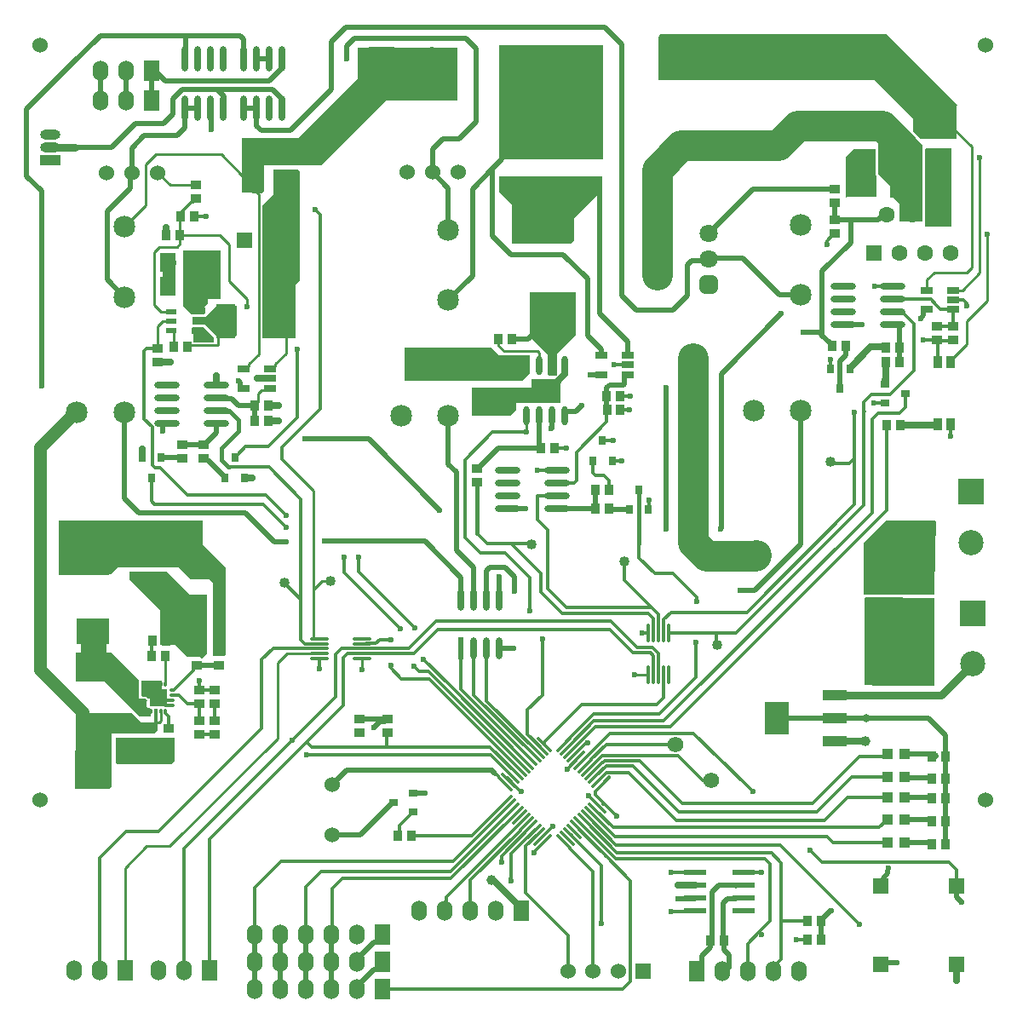
<source format=gtl>
G04*
G04 #@! TF.GenerationSoftware,Altium Limited,Altium Designer,20.0.2 (26)*
G04*
G04 Layer_Physical_Order=1*
G04 Layer_Color=255*
%FSLAX25Y25*%
%MOIN*%
G70*
G01*
G75*
%ADD10C,0.01000*%
%ADD16C,0.00800*%
%ADD18C,0.03000*%
%ADD47R,0.06299X0.06299*%
%ADD79C,0.01200*%
%ADD80R,0.04134X0.03543*%
%ADD81R,0.03543X0.04134*%
%ADD82O,0.02480X0.01181*%
%ADD83O,0.01181X0.02480*%
%ADD84R,0.07000X0.07000*%
G04:AMPARAMS|DCode=85|XSize=11.81mil|YSize=82.68mil|CornerRadius=0mil|HoleSize=0mil|Usage=FLASHONLY|Rotation=225.000|XOffset=0mil|YOffset=0mil|HoleType=Round|Shape=Round|*
%AMOVALD85*
21,1,0.07087,0.01181,0.00000,0.00000,315.0*
1,1,0.01181,-0.02506,0.02506*
1,1,0.01181,0.02506,-0.02506*
%
%ADD85OVALD85*%

G04:AMPARAMS|DCode=86|XSize=11.81mil|YSize=82.68mil|CornerRadius=0mil|HoleSize=0mil|Usage=FLASHONLY|Rotation=315.000|XOffset=0mil|YOffset=0mil|HoleType=Round|Shape=Round|*
%AMOVALD86*
21,1,0.07087,0.01181,0.00000,0.00000,45.0*
1,1,0.01181,-0.02506,-0.02506*
1,1,0.01181,0.02506,0.02506*
%
%ADD86OVALD86*%

%ADD87R,0.03543X0.03150*%
%ADD88O,0.02756X0.09843*%
%ADD89R,0.12992X0.09843*%
G04:AMPARAMS|DCode=90|XSize=49.21mil|YSize=35.43mil|CornerRadius=8.86mil|HoleSize=0mil|Usage=FLASHONLY|Rotation=90.000|XOffset=0mil|YOffset=0mil|HoleType=Round|Shape=RoundedRectangle|*
%AMROUNDEDRECTD90*
21,1,0.04921,0.01772,0,0,90.0*
21,1,0.03150,0.03543,0,0,90.0*
1,1,0.01772,0.00886,0.01575*
1,1,0.01772,0.00886,-0.01575*
1,1,0.01772,-0.00886,-0.01575*
1,1,0.01772,-0.00886,0.01575*
%
%ADD90ROUNDEDRECTD90*%
%ADD91R,0.05000X0.02500*%
%ADD92R,0.02362X0.08661*%
%ADD93O,0.02362X0.08661*%
%ADD94O,0.07874X0.01181*%
%ADD95O,0.01181X0.07874*%
%ADD96R,0.08661X0.02362*%
G04:AMPARAMS|DCode=97|XSize=165.35mil|YSize=165.35mil|CornerRadius=16.54mil|HoleSize=0mil|Usage=FLASHONLY|Rotation=90.000|XOffset=0mil|YOffset=0mil|HoleType=Round|Shape=RoundedRectangle|*
%AMROUNDEDRECTD97*
21,1,0.16535,0.13228,0,0,90.0*
21,1,0.13228,0.16535,0,0,90.0*
1,1,0.03307,0.06614,0.06614*
1,1,0.03307,0.06614,-0.06614*
1,1,0.03307,-0.06614,-0.06614*
1,1,0.03307,-0.06614,0.06614*
%
%ADD97ROUNDEDRECTD97*%
%ADD98O,0.02362X0.07480*%
%ADD99R,0.11811X0.09803*%
%ADD100R,0.07677X0.13386*%
%ADD101R,0.13386X0.07677*%
%ADD102R,0.09449X0.12992*%
%ADD103R,0.09449X0.03937*%
%ADD104R,0.05906X0.05906*%
%ADD105R,0.04331X0.02362*%
%ADD106R,0.03150X0.03543*%
%ADD107O,0.09843X0.02756*%
%ADD108R,0.04800X0.02800*%
%ADD109R,0.03937X0.03543*%
%ADD110R,0.03543X0.03937*%
%ADD111C,0.04000*%
%ADD112R,0.05906X0.07480*%
%ADD113R,0.04000X0.11700*%
%ADD114R,0.05118X0.07087*%
%ADD115R,0.05800X0.04000*%
%ADD116R,0.07087X0.05118*%
%ADD117R,0.04300X0.03900*%
%ADD118C,0.02000*%
%ADD119C,0.02500*%
%ADD120C,0.12000*%
%ADD121C,0.05000*%
%ADD122C,0.01500*%
%ADD123C,0.10000*%
%ADD124C,0.06200*%
%ADD125C,0.02362*%
%ADD126C,0.06299*%
%ADD127R,0.06000X0.08000*%
%ADD128O,0.06000X0.08000*%
%ADD129R,0.06000X0.06000*%
%ADD130C,0.06000*%
%ADD131C,0.08500*%
%ADD132C,0.07087*%
G04:AMPARAMS|DCode=133|XSize=70.87mil|YSize=70.87mil|CornerRadius=17.72mil|HoleSize=0mil|Usage=FLASHONLY|Rotation=90.000|XOffset=0mil|YOffset=0mil|HoleType=Round|Shape=RoundedRectangle|*
%AMROUNDEDRECTD133*
21,1,0.07087,0.03543,0,0,90.0*
21,1,0.03543,0.07087,0,0,90.0*
1,1,0.03543,0.01772,0.01772*
1,1,0.03543,0.01772,-0.01772*
1,1,0.03543,-0.01772,-0.01772*
1,1,0.03543,-0.01772,0.01772*
%
%ADD133ROUNDEDRECTD133*%
%ADD134R,0.07874X0.03937*%
%ADD135O,0.07874X0.03937*%
%ADD136C,0.09843*%
%ADD137R,0.09843X0.09843*%
%ADD138R,0.09843X0.09843*%
%ADD139C,0.03937*%
%ADD140C,0.03150*%
G36*
X359000Y-23300D02*
X358800Y-23500D01*
Y-36400D01*
X344600D01*
X341600Y-33400D01*
X341600Y-28500D01*
X326500Y-13400D01*
X242200D01*
X242200Y3600D01*
X242400Y3800D01*
X242914Y4387D01*
X243300Y4400D01*
X331300D01*
X359000Y-23300D01*
D02*
G37*
G36*
X220300Y-44600D02*
X179800D01*
X179800Y-0D01*
X220300Y-0D01*
X220300Y-44600D01*
D02*
G37*
G36*
X163385Y-21445D02*
X135455D01*
X110100Y-46800D01*
X87900D01*
Y-57000D01*
X87100Y-57800D01*
X79141Y-57604D01*
X79100Y-57500D01*
X79100Y-36100D01*
X101100D01*
X124300Y-12900D01*
Y-800D01*
X163385D01*
Y-21445D01*
D02*
G37*
G36*
X327080Y-50094D02*
X327158Y-50485D01*
X327292Y-50685D01*
X327200Y-59300D01*
X315800D01*
X315729Y-59371D01*
X315300Y-59093D01*
Y-43700D01*
X318500Y-40500D01*
X327080D01*
Y-50094D01*
D02*
G37*
G36*
X340800Y-34300D02*
X345300Y-38800D01*
Y-69000D01*
X341417D01*
X336302D01*
X336266Y-68507D01*
Y-61866D01*
X334000Y-59600D01*
X332900D01*
Y-54895D01*
X328100Y-50094D01*
Y-34200D01*
X328800Y-33500D01*
X340000Y-33500D01*
X340800Y-34300D01*
D02*
G37*
G36*
X356700Y-70657D02*
X356557Y-70800D01*
X346557D01*
X346401Y-40518D01*
X346817Y-40100D01*
X356700D01*
Y-70657D01*
D02*
G37*
G36*
X180400Y-51100D02*
X220200D01*
Y-56600D01*
X209200Y-67600D01*
Y-76100D01*
X207700Y-77600D01*
X184600D01*
Y-62300D01*
X179700Y-57400D01*
Y-51107D01*
X180200Y-50900D01*
X180400Y-51100D01*
D02*
G37*
G36*
X70600Y-99300D02*
X65600D01*
Y-101174D01*
X64474Y-102300D01*
X64600Y-102426D01*
Y-104858D01*
X64178Y-105280D01*
X59600D01*
X59584Y-105284D01*
X56100Y-101800D01*
Y-80300D01*
X56100Y-80300D01*
X70600D01*
Y-99300D01*
D02*
G37*
G36*
X77100Y-113300D02*
X76600Y-113800D01*
X69100D01*
X64600Y-109300D01*
X59600D01*
Y-106300D01*
X64600D01*
X69100Y-101800D01*
X77100D01*
Y-113300D01*
D02*
G37*
G36*
X101700Y-49300D02*
Y-92100D01*
X100200Y-93600D01*
Y-114276D01*
X100000Y-114400D01*
X87000D01*
Y-62500D01*
X91300Y-58200D01*
Y-48400D01*
X100800D01*
X101700Y-49300D01*
D02*
G37*
G36*
X68120Y-114262D02*
Y-116178D01*
X60319D01*
X60220Y-116079D01*
Y-112679D01*
X59461D01*
X59420Y-112579D01*
Y-110468D01*
X59600Y-110320D01*
X64178D01*
X68120Y-114262D01*
D02*
G37*
G36*
X209600Y-113400D02*
X202400Y-120600D01*
Y-128902D01*
X202002Y-129300D01*
X199359D01*
X198900Y-128817D01*
X198900Y-120800D01*
X191900Y-113800D01*
X191900Y-96600D01*
X209600D01*
Y-113400D01*
D02*
G37*
G36*
X179638Y-121300D02*
X191800Y-121300D01*
Y-128300D01*
X189000Y-131100D01*
X142900D01*
Y-118100D01*
X176438D01*
X179638Y-121300D01*
D02*
G37*
G36*
X202200Y-134000D02*
Y-139500D01*
X201800Y-139900D01*
X186400D01*
Y-142800D01*
X184200Y-145000D01*
X169200D01*
Y-134000D01*
X169300Y-133900D01*
X198900D01*
X202200Y-134000D01*
D02*
G37*
G36*
X63900Y-195500D02*
X72600Y-204200D01*
Y-238331D01*
X72447Y-238700D01*
X67800D01*
Y-210300D01*
X66300Y-208800D01*
Y-208700D01*
X58700D01*
X54300Y-204300D01*
X30500D01*
X30300Y-204100D01*
X27700Y-206700D01*
X27500D01*
X26900Y-207300D01*
X7386D01*
Y-185900D01*
X13832Y-185900D01*
X63900Y-185900D01*
Y-195500D01*
D02*
G37*
G36*
X342184Y-185765D02*
X350407Y-185765D01*
X350756Y-186123D01*
X350500Y-197400D01*
X350108Y-214646D01*
X349746Y-214991D01*
X341900Y-214800D01*
X322400D01*
Y-197700D01*
Y-194500D01*
X331135Y-185765D01*
X342184Y-185765D01*
D02*
G37*
G36*
X58600Y-215000D02*
X65300D01*
Y-237896D01*
X63339Y-239858D01*
X62781Y-239300D01*
X57400D01*
Y-239000D01*
X53070Y-234670D01*
X47570D01*
X47200Y-234300D01*
X47200Y-221200D01*
X35000Y-209000D01*
Y-206000D01*
X49600D01*
X58600Y-215000D01*
D02*
G37*
G36*
X350200Y-216100D02*
X350200Y-250400D01*
X342113Y-250602D01*
X329171Y-250400D01*
X322600Y-250297D01*
X322600Y-216231D01*
X322955Y-215879D01*
X350200Y-216100D01*
D02*
G37*
G36*
X47900Y-254892D02*
X47392Y-255400D01*
X42542D01*
X41870Y-254728D01*
X41540Y-254507D01*
X41149Y-254430D01*
X40349D01*
X40199Y-254400D01*
X40098D01*
X40000Y-254380D01*
X39620D01*
Y-248680D01*
X39900Y-248400D01*
X47900D01*
Y-254892D01*
D02*
G37*
G36*
X38600Y-248100D02*
Y-255400D01*
X40000D01*
X40248Y-255449D01*
X41149D01*
X42000Y-256300D01*
X41700Y-256600D01*
Y-258800D01*
X42172D01*
Y-259320D01*
X43204D01*
X43580Y-259600D01*
Y-262400D01*
X39000D01*
X25300Y-248700D01*
X14355D01*
X14003Y-248345D01*
X14100Y-237400D01*
X27900D01*
X38600Y-248100D01*
D02*
G37*
G36*
X46000Y-268000D02*
X44700Y-269300D01*
X28200D01*
X28200Y-290000D01*
X27400Y-290800D01*
X14177Y-290800D01*
X13825Y-290445D01*
X14099Y-261141D01*
X14200Y-261100D01*
X36131D01*
X39831Y-264800D01*
X44600D01*
Y-259600D01*
X45017Y-259400D01*
X46000D01*
Y-268000D01*
D02*
G37*
G36*
X52800Y-279900D02*
X51600Y-281100D01*
X30359Y-281100D01*
X29900Y-281000D01*
X29900Y-280641D01*
Y-270700D01*
X52800D01*
X52800Y-279900D01*
D02*
G37*
D10*
X110300Y-209400D02*
X113600D01*
X107000Y-212700D02*
X110300Y-209400D01*
X107000Y-231979D02*
Y-212700D01*
Y-231979D02*
X107084Y-232063D01*
X109432D01*
X107000Y-212700D02*
Y-174300D01*
X57758Y-117997D02*
Y-117800D01*
X58454Y-117300D02*
X69600D01*
X57758Y-117997D02*
X58454Y-117300D01*
X69600Y-111088D02*
X72887Y-107800D01*
X69600Y-117300D02*
Y-111088D01*
X96313Y-120406D02*
Y-107800D01*
X90219Y-126500D02*
X91219D01*
X92119Y-124600D02*
X96313Y-120406D01*
X91219Y-126500D02*
X92119Y-125600D01*
Y-124600D01*
X361100Y-95700D02*
X367800Y-89000D01*
X357519Y-95700D02*
X361100D01*
X367800Y-89000D02*
Y-43900D01*
X367900Y-43800D01*
X364700Y-86700D02*
Y-39600D01*
X356200Y-31100D02*
X364700Y-39600D01*
X347200Y-95700D02*
Y-91476D01*
X349976Y-88700D01*
X362700D01*
X364700Y-86700D01*
X351300Y-31095D02*
X351306Y-31100D01*
X356200D01*
X51285Y-107800D02*
X51285Y-107800D01*
X44700Y-101400D02*
X47360Y-104060D01*
X44700Y-101400D02*
Y-80900D01*
X33100Y-70800D02*
X41500Y-62400D01*
X82194Y-54784D02*
Y-53800D01*
Y-52816D01*
X80135Y-50757D02*
X82194Y-52816D01*
X79151Y-50757D02*
X80135D01*
X45300Y-42600D02*
X70994D01*
X79151Y-50757D01*
X41500Y-62400D02*
Y-46400D01*
X45300Y-42600D01*
X46100Y-49800D02*
X50942Y-54642D01*
X61100D01*
X362600Y-116908D02*
Y-107900D01*
X370775Y-99725D01*
Y-73925D01*
X356500Y-123008D02*
X362600Y-116908D01*
X126000Y-244100D02*
Y-239800D01*
X244000Y-246800D02*
X244069Y-246869D01*
X238095Y-246200D02*
X238163Y-246268D01*
X232900Y-246200D02*
X238095D01*
X96600Y-237900D02*
X107890D01*
X93000Y-241500D02*
X96600Y-237900D01*
X93000Y-271100D02*
Y-241500D01*
X50800Y-313300D02*
X93000Y-271100D01*
X33500Y-321700D02*
X41900Y-313300D01*
X50800D01*
X33500Y-362000D02*
Y-321700D01*
X94600Y-161900D02*
X107000Y-174300D01*
X94500Y-161800D02*
X94600Y-161900D01*
X356500Y-123697D02*
Y-123008D01*
X190418Y-144870D02*
X190437Y-144852D01*
X190418Y-151182D02*
Y-144870D01*
X190400Y-151200D02*
X190418Y-151182D01*
X42669Y-267343D02*
X42865D01*
X45523Y-264685D01*
X46615D01*
X47256Y-264044D01*
Y-260594D01*
X49224Y-249846D02*
Y-239056D01*
X49069Y-238900D02*
X49224Y-239056D01*
X80966Y-102300D02*
Y-99166D01*
X74100Y-92300D02*
X80966Y-99166D01*
X81800Y-124600D02*
X85700Y-120700D01*
X81800Y-125600D02*
Y-124600D01*
X74100Y-92300D02*
Y-77900D01*
X70500Y-74300D02*
X74100Y-77900D01*
X54757Y-74300D02*
X70500D01*
X181600Y-119600D02*
X194700D01*
X179443Y-117443D02*
X181600Y-119600D01*
X179443Y-117443D02*
Y-114800D01*
X194700Y-119600D02*
X195437Y-120337D01*
Y-125206D02*
Y-120337D01*
X89319Y-134940D02*
X90219Y-134040D01*
X86760Y-134940D02*
X89319D01*
X85514Y-136186D02*
X86760Y-134940D01*
X84242Y-140775D02*
X85514Y-139503D01*
Y-136186D01*
X79900Y-126500D02*
X80900D01*
X81800Y-125600D01*
X85700Y-120700D02*
Y-58290D01*
X82194Y-54784D02*
X85700Y-58290D01*
X54757Y-77643D02*
Y-74300D01*
X53700Y-78700D02*
X54757Y-77643D01*
X46900Y-78700D02*
X53700D01*
X44700Y-80900D02*
X46900Y-78700D01*
X47360Y-104060D02*
X51285D01*
X54258Y-66005D02*
X59033Y-61229D01*
X54258Y-66300D02*
Y-66005D01*
Y-66300D02*
X54757Y-66800D01*
Y-74300D02*
Y-66800D01*
X59033Y-61229D02*
X59828D01*
X61100Y-59957D01*
X48100Y-107800D02*
X51285D01*
X46100Y-109800D02*
X48100Y-107800D01*
X46100Y-118642D02*
Y-109800D01*
X52443Y-117800D02*
Y-112221D01*
X51761Y-111540D02*
X52443Y-112221D01*
X51285Y-111540D02*
X51761D01*
D16*
X242027Y-229660D02*
X242100Y-229732D01*
Y-233182D02*
Y-229732D01*
X174800Y-216951D02*
X174970D01*
X175522Y-217502D01*
D18*
X312400Y-254200D02*
X312555Y-254045D01*
X352798D01*
X365000Y-241843D01*
X4900Y-39700D02*
X13900D01*
D47*
X326267Y-81124D02*
D03*
D79*
X158500Y-338600D02*
X158944Y-337935D01*
X159100Y-337152D01*
X281500Y-347000D02*
X285900Y-342600D01*
X277100Y-351400D02*
X281500Y-347000D01*
X282300Y-347800D01*
X296000Y-349700D02*
X300542D01*
X287100Y-362200D02*
Y-360612D01*
X290200Y-357512D01*
Y-342500D01*
X277100Y-362200D02*
Y-351400D01*
X285900Y-342600D02*
Y-320300D01*
X290200Y-342500D02*
X300443D01*
X290200D02*
Y-319700D01*
X283800Y-318200D02*
X285900Y-320300D01*
X168500Y-338600D02*
Y-326592D01*
X159100Y-333100D02*
X189500Y-302700D01*
X158500Y-338600D02*
X159100Y-338000D01*
Y-333100D01*
X102200Y-232600D02*
Y-216800D01*
X95700Y-210300D02*
X102200Y-216800D01*
X316900Y-163400D02*
X318700Y-161600D01*
X310000Y-163400D02*
X316900D01*
X309300Y-162700D02*
X310000Y-163400D01*
X318700Y-161600D02*
Y-143600D01*
Y-179600D02*
Y-161600D01*
X102200Y-216800D02*
Y-177500D01*
X171000Y-190700D02*
X175200Y-194900D01*
X184300D01*
X192200D02*
X192500Y-195200D01*
X184300Y-194900D02*
X192200D01*
X196000Y-214000D02*
Y-206600D01*
X184300Y-194900D02*
X196000Y-206600D01*
X182200Y-198500D02*
X191800Y-208100D01*
X172300Y-198500D02*
X182200D01*
X166300Y-192500D02*
X172300Y-198500D01*
X191800Y-221100D02*
Y-208100D01*
X228700Y-209300D02*
Y-202000D01*
Y-209300D02*
X239300Y-219900D01*
X264900Y-229732D02*
X272468D01*
X246037D02*
X264900D01*
Y-234100D02*
X265200Y-234400D01*
X264900Y-234100D02*
Y-229732D01*
X174800Y-256356D02*
Y-235849D01*
X256900Y-247200D02*
Y-233400D01*
X174800Y-235849D02*
Y-235800D01*
X242500Y-261600D02*
X256900Y-247200D01*
X174800Y-256356D02*
X194658Y-276214D01*
X118100Y-236000D02*
X125968D01*
X235600Y-229700D02*
X238154D01*
X233700Y-235500D02*
X239900D01*
X223300Y-225100D02*
X233700Y-235500D01*
X232200Y-237600D02*
X239000D01*
X196600Y-254100D02*
Y-232300D01*
X257100Y-217400D02*
Y-216000D01*
X320631Y-278269D02*
X330531D01*
X302400Y-296500D02*
X320631Y-278269D01*
X251400Y-296500D02*
X302400D01*
X317900Y-286100D02*
X331800D01*
X304200Y-299800D02*
X317900Y-286100D01*
X250200Y-299800D02*
X304200D01*
X316000Y-294100D02*
X331800D01*
X307000Y-303100D02*
X316000Y-294100D01*
X249200Y-303100D02*
X307000D01*
X230546Y-284446D02*
X249200Y-303100D01*
X232100Y-281700D02*
X250200Y-299800D01*
X234600Y-279700D02*
X251400Y-296500D01*
X279100Y-291800D02*
X279200D01*
X276000Y-288700D02*
X279100Y-291800D01*
X301500Y-314900D02*
Y-314700D01*
Y-314900D02*
X306219Y-319619D01*
X328500Y-306000D02*
X331800Y-302700D01*
X224444Y-306000D02*
X328500D01*
X308219Y-309500D02*
X310519Y-311800D01*
X225160Y-309500D02*
X308219D01*
X217486Y-299042D02*
X224444Y-306000D01*
X310519Y-311800D02*
X331800D01*
X216094Y-300434D02*
X225160Y-309500D01*
X221744Y-281700D02*
X232100D01*
X221795Y-284446D02*
X230546D01*
X331600Y-277200D02*
X331800D01*
X330531Y-278269D02*
X331600Y-277200D01*
X221185Y-279700D02*
X234600D01*
X220385Y-280500D02*
X221185Y-279700D01*
X220160Y-280500D02*
X220385D01*
X216094Y-284566D02*
X220160Y-280500D01*
X216094Y-284566D02*
X216094D01*
X218891Y-287350D02*
X221795Y-284446D01*
X218878Y-287350D02*
X218891D01*
X217486Y-285958D02*
X221744Y-281700D01*
X255758Y-269158D02*
X276000Y-288700D01*
X184996Y-288879D02*
X188017Y-291900D01*
X188300D01*
X199800Y-306600D02*
X200800Y-305600D01*
X206276Y-283129D02*
X206952Y-282453D01*
X238140Y-181637D02*
X238300Y-181797D01*
Y-178000D01*
X357040Y-115407D02*
X357190Y-115557D01*
X47256Y-256204D02*
X51646D01*
X47256D02*
X49206Y-258154D01*
X199748Y-306650D02*
X199800Y-306600D01*
X196050Y-310178D02*
X199748Y-306650D01*
X183014Y-286673D02*
X184996Y-288879D01*
X182930Y-286671D02*
X183014Y-286673D01*
X206952Y-282453D02*
X210526Y-278998D01*
X214800Y-293600D02*
X215000Y-293700D01*
X218878Y-297650D01*
X217300Y-293289D02*
X220270Y-296258D01*
X217300Y-293289D02*
Y-291711D01*
X220270Y-288742D01*
X160740Y-326000D02*
X186306Y-300434D01*
X118300Y-326000D02*
X160740D01*
X160756Y-323200D02*
X184914Y-299042D01*
X110000Y-323200D02*
X160756D01*
X161872Y-319300D02*
X183522Y-297650D01*
X94300Y-319300D02*
X161872D01*
X220270Y-288742D02*
X222800Y-286246D01*
X190000Y-313300D02*
X195286Y-308014D01*
X190000Y-331400D02*
Y-313300D01*
X193300Y-315800D02*
X193400Y-315600D01*
X193700Y-315300D01*
X197442Y-311570D01*
X333846Y-104300D02*
X337389D01*
X322400Y-143500D02*
X322600Y-143300D01*
X272468Y-229732D02*
X322400Y-179800D01*
X332900Y-136400D02*
X342000Y-127300D01*
X322400Y-179800D02*
Y-143500D01*
Y-139400D01*
X325400Y-136400D01*
X337389Y-104300D02*
X342000Y-108911D01*
X325400Y-136400D02*
X332900D01*
X342000Y-127300D02*
Y-108911D01*
X333846Y-99300D02*
X348757D01*
X350800Y-101485D02*
X352555Y-103240D01*
X357519D01*
X350800Y-101485D02*
Y-101343D01*
X348757Y-99300D02*
X350800Y-101343D01*
X357300Y-109942D02*
Y-103459D01*
X357519Y-103240D01*
X84100Y-348000D02*
X84300Y-348200D01*
X84100Y-348000D02*
Y-329500D01*
X94300Y-319300D01*
X103400Y-347400D02*
X104100Y-346700D01*
Y-329100D01*
X110000Y-323200D01*
X114300Y-347100D02*
Y-330000D01*
X118300Y-326000D01*
X113900Y-347500D02*
X114300Y-347100D01*
X49985Y-258173D02*
X51646D01*
X49966Y-258154D02*
X49985Y-258173D01*
X49206Y-258154D02*
X49966D01*
X44000Y-164100D02*
Y-149235D01*
X40900Y-146135D02*
X44000Y-149235D01*
X40900Y-146135D02*
Y-119500D01*
X350990Y-109942D02*
X357300D01*
X357300Y-109942D01*
X276600Y-221700D02*
X318700Y-179600D01*
X355719Y-319619D02*
X358600Y-322500D01*
X306219Y-319619D02*
X355719D01*
X223150Y-269158D02*
X255758D01*
X275349Y-323600D02*
X282400D01*
X220269Y-296258D02*
X224989Y-300978D01*
X220460Y-296700D02*
X220600D01*
X224989Y-300978D02*
X225378D01*
X225600Y-301200D01*
X135705Y-268957D02*
X135800Y-269053D01*
Y-274500D02*
Y-269053D01*
Y-274500D02*
X176240D01*
X106500D02*
X135800D01*
X135705Y-268957D02*
X136000D01*
X212119Y-271814D02*
X217533Y-266400D01*
X212119Y-271837D02*
Y-271814D01*
X207742Y-276214D02*
X212119Y-271837D01*
X66300Y-310600D02*
X118800Y-258100D01*
X286300Y-315800D02*
X290200Y-319700D01*
X225800Y-315800D02*
X286300D01*
X213300Y-303300D02*
X225800Y-315800D01*
X217533Y-266400D02*
X246800D01*
X207700Y-273500D02*
X216900Y-264300D01*
X244100D01*
X259500Y-287600D02*
X262900D01*
X249700Y-277800D02*
X259500Y-287600D01*
X220089Y-277800D02*
X249700D01*
X217207Y-280682D02*
X220089Y-277800D01*
X216700Y-261600D02*
X242500D01*
X206100Y-272200D02*
X216700Y-261600D01*
X209134Y-277606D02*
X213518Y-273222D01*
X213878D01*
X214100Y-273000D01*
X178200Y-285000D02*
X178300D01*
X179300Y-286000D01*
X221634Y-273458D02*
X248758D01*
X215809Y-279283D02*
X221634Y-273458D01*
X211918Y-280390D02*
X223150Y-269158D01*
X47100Y-165200D02*
X57900Y-176000D01*
X184400Y-326900D02*
Y-316300D01*
X193800Y-306900D01*
X184400Y-326900D02*
Y-326100D01*
X184200Y-325900D02*
X184400Y-326100D01*
X255750Y-323550D02*
X255800Y-323500D01*
X247050Y-323550D02*
X255750D01*
X247000Y-323500D02*
X247050Y-323550D01*
X247350Y-338750D02*
X258450D01*
X258600Y-338600D01*
X247200Y-338900D02*
X247350Y-338750D01*
X193787Y-306887D02*
X193800Y-306900D01*
X193773Y-306887D02*
X193787D01*
X193266Y-307394D02*
X193773Y-306887D01*
X180600Y-317276D02*
X191874Y-306002D01*
X180600Y-319600D02*
Y-317276D01*
X221600Y-317100D02*
X231200Y-326700D01*
X211200Y-306700D02*
X221600Y-317100D01*
X231200Y-366100D02*
Y-326700D01*
X221500Y-317100D02*
X221600D01*
X228100Y-369200D02*
X231200Y-366100D01*
X225400Y-369300D02*
X225500Y-369200D01*
X228100D01*
X134027Y-369300D02*
X225400D01*
X208000Y-309100D02*
X219800Y-320900D01*
Y-343500D02*
Y-320900D01*
X207457Y-314068D02*
X216479Y-323090D01*
Y-362300D02*
Y-323090D01*
X208000Y-309100D02*
Y-308900D01*
X358600Y-328300D02*
Y-322500D01*
X289600Y-312700D02*
X320600Y-343700D01*
X214702Y-301826D02*
X225576Y-312700D01*
X289600D01*
X190000Y-331400D02*
X206636Y-348036D01*
X225508Y-318200D02*
X283800D01*
X211918Y-304610D02*
X225508Y-318200D01*
X169200Y-309100D02*
X182300Y-296000D01*
X145257Y-309100D02*
X169200D01*
X139942D02*
X140747Y-308295D01*
Y-305233D01*
X145900Y-300080D01*
Y-300000D01*
X206636Y-362300D02*
Y-348036D01*
X168500Y-326592D02*
X187983Y-307109D01*
X119200Y-206200D02*
X141100Y-228100D01*
X119200Y-206200D02*
Y-200100D01*
X124900Y-206000D02*
X146900Y-228000D01*
X124900Y-206000D02*
Y-200300D01*
X131543Y-234000D02*
X133043Y-232500D01*
X137300D01*
X127900Y-234000D02*
X131543D01*
X125968Y-236000D02*
X144300D01*
X155200Y-225100D01*
X137300Y-243600D02*
X141500Y-247800D01*
X137300Y-243600D02*
Y-242600D01*
X141500Y-247800D02*
X152324D01*
X187698Y-283174D01*
X146500Y-242900D02*
Y-242800D01*
Y-242900D02*
X148300Y-244700D01*
X152008D02*
X189090Y-281782D01*
X148300Y-244700D02*
X152008D01*
X150200Y-240100D02*
X160300Y-250200D01*
Y-250208D02*
Y-250200D01*
Y-250208D02*
X190482Y-280390D01*
X88400Y-176000D02*
X96400Y-184000D01*
X57900Y-176000D02*
X88400D01*
X87300Y-179400D02*
X96400Y-188500D01*
X44872Y-179400D02*
X87300D01*
X164700Y-251824D02*
X191874Y-278998D01*
X164700Y-251824D02*
Y-236100D01*
X169800Y-254140D02*
Y-237000D01*
Y-254140D02*
X193266Y-277606D01*
X169800Y-237000D02*
X170000Y-236800D01*
X174700Y-235700D02*
X174800Y-235800D01*
X190700Y-269400D02*
X195600Y-274300D01*
X190700Y-269400D02*
Y-260000D01*
X196600Y-254100D01*
X244069Y-246869D02*
Y-246268D01*
Y-255231D02*
Y-246869D01*
X197300Y-273000D02*
Y-272600D01*
X212000Y-257900D01*
X241400D01*
X244069Y-255231D01*
X247700Y-206600D02*
X257100Y-216000D01*
X234400Y-200400D02*
X240600Y-206600D01*
X247700D01*
X198800Y-212500D02*
Y-189600D01*
X194700Y-185500D02*
X198800Y-189600D01*
X194700Y-185500D02*
Y-176200D01*
X198800D01*
Y-176300D02*
Y-176200D01*
Y-176452D02*
Y-176300D01*
X200000D01*
X198648D02*
X198800D01*
X196000Y-214000D02*
X204300Y-222300D01*
X198648Y-176300D02*
X198800Y-176452D01*
Y-212500D02*
X206200Y-219900D01*
X204300Y-222300D02*
X238100D01*
X206200Y-219900D02*
X239300D01*
X55300Y-361900D02*
X56300Y-360900D01*
X155200Y-225100D02*
X223300D01*
X234400Y-200400D02*
Y-194700D01*
X331500Y-181700D02*
Y-148400D01*
X246800Y-266400D02*
X331500Y-181700D01*
X244100Y-264300D02*
X325700Y-182700D01*
Y-159800D02*
X325800Y-159700D01*
X325700Y-182700D02*
Y-159800D01*
X176240Y-274500D02*
X186306Y-284566D01*
X104300Y-277400D02*
X176356D01*
X184914Y-285958D01*
X98700Y-271900D02*
X115800Y-254800D01*
X56300Y-314300D02*
X98700Y-271900D01*
X104500Y-272500D02*
X106500Y-274500D01*
X247200Y-221700D02*
X276600D01*
X244246Y-224654D02*
X247200Y-221700D01*
X238163Y-229732D02*
Y-229710D01*
X238154Y-229700D02*
X238163Y-229710D01*
X109409Y-239937D02*
X109432D01*
X109400Y-239946D02*
X109409Y-239937D01*
X109400Y-243800D02*
Y-239946D01*
X155800Y-228500D02*
X223100D01*
X240132Y-246268D02*
Y-238732D01*
X223100Y-228500D02*
X232200Y-237600D01*
X239000D02*
X240132Y-238732D01*
X239900Y-235500D02*
X242100Y-237700D01*
Y-246268D02*
Y-237700D01*
X115800Y-254800D02*
Y-238300D01*
X56300Y-360900D02*
Y-314300D01*
X115800Y-238300D02*
X118100Y-236000D01*
X120400Y-238000D02*
X123400D01*
X118800Y-239600D02*
X120400Y-238000D01*
X118800Y-258100D02*
Y-239600D01*
X66300Y-362000D02*
Y-310600D01*
X146331Y-237969D02*
X155800Y-228500D01*
X125968Y-237969D02*
X146331D01*
X91300Y-235900D02*
X110800D01*
X86900Y-267200D02*
Y-240300D01*
X91300Y-235900D01*
X46500Y-307600D02*
X86900Y-267200D01*
X33900Y-307600D02*
X46500D01*
X23500Y-362000D02*
Y-318000D01*
X33900Y-307600D01*
X239300Y-219900D02*
X242027Y-222627D01*
Y-229660D02*
Y-222627D01*
X238100Y-222300D02*
X240132Y-224332D01*
Y-229732D02*
Y-224332D01*
X89700Y-165000D02*
X102200Y-177500D01*
X74100Y-165000D02*
X89700D01*
X244246Y-227200D02*
Y-224654D01*
X103632Y-234032D02*
X109432D01*
X102200Y-232600D02*
X103632Y-234032D01*
X94600Y-161900D02*
Y-157300D01*
X107700Y-64100D02*
X109800Y-66200D01*
Y-142100D02*
Y-66200D01*
X107600Y-64100D02*
X107700D01*
X60457Y-66800D02*
X60558Y-66900D01*
X65200D01*
X94600Y-157300D02*
X109800Y-142100D01*
X362700Y-101900D02*
Y-100800D01*
X361400Y-99500D02*
X362700Y-100800D01*
X357519Y-99500D02*
X361400D01*
X325800Y-146200D02*
X328100Y-143900D01*
X325800Y-159700D02*
Y-146200D01*
X328100Y-143900D02*
X336500D01*
X338737Y-141663D02*
Y-136200D01*
X336500Y-143900D02*
X338737Y-141663D01*
X166300Y-192500D02*
Y-162100D01*
X177200Y-151200D01*
X190400D01*
X45100Y-165200D02*
X47100D01*
X44000Y-164100D02*
X45100Y-165200D01*
X40900Y-119500D02*
X41758Y-118642D01*
X46100D01*
X43700Y-178228D02*
Y-169037D01*
Y-178228D02*
X44872Y-179400D01*
X100700Y-145600D02*
Y-118800D01*
X89300Y-157000D02*
X100700Y-145600D01*
X80563Y-157000D02*
X89300D01*
X227368Y-142400D02*
X230700D01*
X227243Y-142525D02*
X227368Y-142400D01*
X227158Y-137125D02*
X230996D01*
X223940Y-162437D02*
X223972Y-162469D01*
X227668D01*
X227700Y-162500D01*
X326360Y-139940D02*
X330863D01*
X326300Y-140000D02*
X326360Y-139940D01*
X356500Y-148303D02*
X356500Y-148303D01*
X356500Y-152800D02*
Y-148303D01*
X345900Y-115200D02*
X345957Y-115257D01*
X310905Y-73558D02*
X311200D01*
X308000Y-76462D02*
X310905Y-73558D01*
X308000Y-78000D02*
Y-76462D01*
X309430Y-126333D02*
X309460Y-126363D01*
X309430Y-126333D02*
Y-123030D01*
X309400Y-123000D02*
X309430Y-123030D01*
X345957Y-115257D02*
X350990D01*
X351140Y-115407D02*
X351500Y-115768D01*
X351140Y-115407D02*
X357040D01*
X350990Y-115257D02*
X351140Y-115407D01*
X351500Y-123697D02*
Y-115768D01*
X326800Y-94300D02*
X333846D01*
X326800Y-94300D02*
X326800Y-94300D01*
X224900Y-125000D02*
X230018D01*
X224900Y-125000D02*
X224900Y-125000D01*
X220200Y-154563D02*
X220282Y-154481D01*
X224219D01*
X224300Y-154400D01*
X201257Y-157500D02*
X206100D01*
X206100Y-157500D01*
X221885Y-147315D02*
Y-142482D01*
X210100Y-170100D02*
Y-159100D01*
X194600Y-166100D02*
X202391D01*
X216460Y-167160D02*
Y-162437D01*
Y-167160D02*
X217500Y-168200D01*
X220900D02*
X222758Y-170058D01*
X217500Y-168200D02*
X220900D01*
X222758Y-173800D02*
Y-170058D01*
X210100Y-159100D02*
X221885Y-147315D01*
X202391Y-171100D02*
X209100D01*
X210100Y-170100D01*
X62468Y-252242D02*
Y-248632D01*
X62500Y-248600D01*
X43754Y-238900D02*
X43882Y-238771D01*
Y-232929D01*
X44011Y-232800D01*
X51646Y-252267D02*
X52276D01*
X60002Y-244542D01*
Y-243687D01*
X61173Y-242515D01*
X61469D01*
X68519Y-269508D02*
X68569Y-269458D01*
X62419Y-269508D02*
X68519D01*
X62369Y-269557D02*
X62419Y-269508D01*
X68569Y-264143D02*
Y-257580D01*
X68572Y-257577D01*
X62369Y-264242D02*
Y-257657D01*
X62468Y-257557D01*
X51646Y-254236D02*
X51655Y-254226D01*
X53280D01*
X53306Y-254200D01*
X54300D01*
X57657Y-257557D02*
X62468D01*
X54300Y-254200D02*
X57657Y-257557D01*
X68562Y-252252D02*
X68572Y-252262D01*
X62478Y-252252D02*
X68562D01*
X62468Y-252242D02*
X62478Y-252252D01*
X50568Y-267243D02*
Y-262569D01*
X49224Y-261225D02*
X50568Y-262569D01*
X49224Y-261225D02*
Y-260594D01*
X76300Y-161263D02*
Y-161066D01*
X77275Y-160091D01*
X77472D01*
X80563Y-157000D01*
D80*
X64222Y-156197D02*
D03*
Y-161512D02*
D03*
X55722Y-156197D02*
D03*
Y-161512D02*
D03*
X46100Y-123958D02*
D03*
Y-118642D02*
D03*
X311200Y-68243D02*
D03*
Y-73558D02*
D03*
X136000Y-263643D02*
D03*
Y-268957D02*
D03*
X125100Y-263643D02*
D03*
Y-268957D02*
D03*
X69969Y-237043D02*
D03*
Y-242357D02*
D03*
X68569Y-264142D02*
D03*
Y-269458D02*
D03*
X62369Y-264243D02*
D03*
Y-269557D02*
D03*
X350990Y-109942D02*
D03*
Y-115257D02*
D03*
X61100Y-59957D02*
D03*
Y-54642D02*
D03*
X171000Y-165542D02*
D03*
Y-170858D02*
D03*
X311200Y-56142D02*
D03*
Y-61458D02*
D03*
X61469Y-242515D02*
D03*
Y-237200D02*
D03*
D81*
X217443Y-173800D02*
D03*
X222758D02*
D03*
X336357Y-118130D02*
D03*
X331043D02*
D03*
X354557Y-303500D02*
D03*
X349242D02*
D03*
X354457Y-312400D02*
D03*
X349143D02*
D03*
X354300Y-278218D02*
D03*
X348985D02*
D03*
X354300Y-286809D02*
D03*
X348985D02*
D03*
X354300Y-294500D02*
D03*
X348985D02*
D03*
X217343Y-181100D02*
D03*
X222658D02*
D03*
X336357Y-123830D02*
D03*
X331043D02*
D03*
X195942Y-157500D02*
D03*
X201257D02*
D03*
X310043Y-117400D02*
D03*
X315357D02*
D03*
X145257Y-309100D02*
D03*
X139943D02*
D03*
X262400Y-350100D02*
D03*
X267715D02*
D03*
X305757Y-342500D02*
D03*
X300443D02*
D03*
X305857Y-349700D02*
D03*
X300542D02*
D03*
X84242Y-146675D02*
D03*
X89557D02*
D03*
X221843Y-137125D02*
D03*
X227158D02*
D03*
X54757Y-74300D02*
D03*
X49442D02*
D03*
X60457Y-66800D02*
D03*
X55142D02*
D03*
X331542Y-148500D02*
D03*
X336858D02*
D03*
X49069Y-238900D02*
D03*
X43754D02*
D03*
X49326Y-232800D02*
D03*
X44011D02*
D03*
D82*
X40898Y-258172D02*
D03*
Y-256204D02*
D03*
Y-254236D02*
D03*
Y-252267D02*
D03*
X51646D02*
D03*
Y-254236D02*
D03*
Y-256204D02*
D03*
Y-258172D02*
D03*
D83*
X43319Y-249846D02*
D03*
X45287D02*
D03*
X47256D02*
D03*
X49224D02*
D03*
Y-260594D02*
D03*
X47256D02*
D03*
X45287D02*
D03*
X43319D02*
D03*
D84*
X46272Y-255220D02*
D03*
D85*
X220270Y-296258D02*
D03*
X218878Y-297650D02*
D03*
X217486Y-299042D02*
D03*
X216094Y-300434D02*
D03*
X214702Y-301826D02*
D03*
X213310Y-303218D02*
D03*
X211918Y-304610D02*
D03*
X210526Y-306002D02*
D03*
X209134Y-307394D02*
D03*
X207742Y-308786D02*
D03*
X206350Y-310178D02*
D03*
X204958Y-311570D02*
D03*
X182130Y-288742D02*
D03*
X183522Y-287350D02*
D03*
X184914Y-285958D02*
D03*
X186306Y-284566D02*
D03*
X187698Y-283174D02*
D03*
X189090Y-281782D02*
D03*
X190482Y-280390D02*
D03*
X191874Y-278998D02*
D03*
X193266Y-277606D02*
D03*
X194658Y-276214D02*
D03*
X196050Y-274822D02*
D03*
X197442Y-273430D02*
D03*
D86*
Y-311570D02*
D03*
X196050Y-310178D02*
D03*
X194658Y-308786D02*
D03*
X193266Y-307394D02*
D03*
X191874Y-306002D02*
D03*
X190482Y-304610D02*
D03*
X189090Y-303218D02*
D03*
X187698Y-301826D02*
D03*
X186306Y-300434D02*
D03*
X184914Y-299042D02*
D03*
X183522Y-297650D02*
D03*
X182130Y-296258D02*
D03*
X204958Y-273430D02*
D03*
X206350Y-274822D02*
D03*
X207742Y-276214D02*
D03*
X209134Y-277606D02*
D03*
X210526Y-278998D02*
D03*
X211918Y-280390D02*
D03*
X213310Y-281782D02*
D03*
X214702Y-283174D02*
D03*
X216094Y-284566D02*
D03*
X217486Y-285958D02*
D03*
X218878Y-287350D02*
D03*
X220270Y-288742D02*
D03*
D87*
X146237Y-299940D02*
D03*
Y-292460D02*
D03*
X138363Y-296200D02*
D03*
X330863Y-132460D02*
D03*
Y-139940D02*
D03*
X338737Y-136200D02*
D03*
D88*
X71800Y-5054D02*
D03*
X66800D02*
D03*
X61800D02*
D03*
X56800D02*
D03*
X71800Y-24346D02*
D03*
X66800D02*
D03*
X61800D02*
D03*
X56800D02*
D03*
X94900Y-5254D02*
D03*
X89900D02*
D03*
X84900D02*
D03*
X79900D02*
D03*
X94900Y-24546D02*
D03*
X89900D02*
D03*
X84900D02*
D03*
X79900D02*
D03*
D89*
X20772Y-229302D02*
D03*
Y-202137D02*
D03*
D90*
X351500Y-123697D02*
D03*
X356500D02*
D03*
Y-148303D02*
D03*
X351500D02*
D03*
D91*
X335400Y-213600D02*
D03*
Y-217200D02*
D03*
D92*
X164800Y-235849D02*
D03*
D93*
X169800D02*
D03*
X174800D02*
D03*
X179800D02*
D03*
X164800Y-216951D02*
D03*
X169800D02*
D03*
X174800D02*
D03*
X179800D02*
D03*
D94*
X109432Y-232063D02*
D03*
Y-234032D02*
D03*
Y-236000D02*
D03*
Y-237968D02*
D03*
Y-239937D02*
D03*
X125968Y-232063D02*
D03*
Y-234032D02*
D03*
Y-236000D02*
D03*
Y-237968D02*
D03*
Y-239937D02*
D03*
D95*
X246037Y-229732D02*
D03*
X244069D02*
D03*
X242100D02*
D03*
X240131D02*
D03*
X238163D02*
D03*
X246037Y-246268D02*
D03*
X244069D02*
D03*
X242100D02*
D03*
X240131D02*
D03*
X238163D02*
D03*
D96*
X256451Y-323600D02*
D03*
Y-328600D02*
D03*
Y-333600D02*
D03*
Y-338600D02*
D03*
X275349Y-323600D02*
D03*
Y-328600D02*
D03*
Y-333600D02*
D03*
Y-338600D02*
D03*
D97*
X200700Y-67799D02*
D03*
Y-105201D02*
D03*
D98*
X190437Y-144852D02*
D03*
X195437D02*
D03*
X200437D02*
D03*
X205437D02*
D03*
X190437Y-125206D02*
D03*
X195437D02*
D03*
X200437D02*
D03*
X205437D02*
D03*
D99*
X197937Y-135029D02*
D03*
D100*
X72887Y-107800D02*
D03*
X96313D02*
D03*
D101*
X20969Y-264913D02*
D03*
Y-241488D02*
D03*
D102*
X288383Y-263100D02*
D03*
D103*
X311217Y-254045D02*
D03*
Y-263100D02*
D03*
Y-272155D02*
D03*
D104*
X358600Y-359554D02*
D03*
Y-328846D02*
D03*
X329200Y-359554D02*
D03*
Y-328846D02*
D03*
D105*
X51285Y-111540D02*
D03*
Y-104060D02*
D03*
X61915D02*
D03*
Y-107800D02*
D03*
Y-111540D02*
D03*
X51285Y-107800D02*
D03*
D106*
X47440Y-161163D02*
D03*
X39960D02*
D03*
X43700Y-169037D02*
D03*
X230660Y-181637D02*
D03*
X238140D02*
D03*
X234400Y-173763D02*
D03*
X72560Y-169137D02*
D03*
X80040D02*
D03*
X76300Y-161263D02*
D03*
X216460Y-162437D02*
D03*
X223940D02*
D03*
X220200Y-154563D02*
D03*
X316940Y-126363D02*
D03*
X309460D02*
D03*
X313200Y-134237D02*
D03*
D107*
X49854Y-132900D02*
D03*
Y-137900D02*
D03*
Y-142900D02*
D03*
Y-147900D02*
D03*
X69146Y-132900D02*
D03*
Y-137900D02*
D03*
Y-142900D02*
D03*
Y-147900D02*
D03*
X183100Y-166100D02*
D03*
Y-171100D02*
D03*
Y-176100D02*
D03*
Y-181100D02*
D03*
X202391Y-166100D02*
D03*
Y-171100D02*
D03*
Y-176100D02*
D03*
Y-181100D02*
D03*
X314554Y-94300D02*
D03*
Y-99300D02*
D03*
Y-104300D02*
D03*
Y-109300D02*
D03*
X333846Y-94300D02*
D03*
Y-99300D02*
D03*
Y-104300D02*
D03*
Y-109300D02*
D03*
D108*
X79900Y-134040D02*
D03*
Y-126500D02*
D03*
X90219D02*
D03*
Y-130300D02*
D03*
Y-134040D02*
D03*
X219700Y-128740D02*
D03*
Y-121200D02*
D03*
X230018D02*
D03*
Y-125000D02*
D03*
Y-128740D02*
D03*
X347200Y-103240D02*
D03*
Y-95700D02*
D03*
X357519D02*
D03*
Y-99500D02*
D03*
Y-103240D02*
D03*
D109*
X44243Y-207757D02*
D03*
Y-202442D02*
D03*
X37700Y-207857D02*
D03*
Y-202542D02*
D03*
X50569Y-272557D02*
D03*
Y-267243D02*
D03*
X62469Y-252242D02*
D03*
Y-257558D02*
D03*
X68572Y-252262D02*
D03*
Y-257577D02*
D03*
X357300Y-115258D02*
D03*
Y-109942D02*
D03*
X42669Y-267342D02*
D03*
Y-272657D02*
D03*
D110*
X89557Y-140775D02*
D03*
X84242D02*
D03*
X227243Y-142525D02*
D03*
X221928D02*
D03*
X184757Y-114800D02*
D03*
X179443D02*
D03*
X324830Y-47659D02*
D03*
X330145D02*
D03*
X52443Y-117800D02*
D03*
X57758D02*
D03*
D111*
X113600Y-209400D02*
D03*
X95700Y-210300D02*
D03*
X192500Y-195200D02*
D03*
X228700Y-202000D02*
D03*
X309300Y-162700D02*
D03*
X265200Y-234400D02*
D03*
D112*
X32874Y-277200D02*
D03*
X21063D02*
D03*
X50195Y-84800D02*
D03*
X62006D02*
D03*
X50195Y-94300D02*
D03*
X62006D02*
D03*
X324394Y-55600D02*
D03*
X336206D02*
D03*
D113*
X61772Y-202245D02*
D03*
Y-221194D02*
D03*
D114*
X82195Y-53800D02*
D03*
X94006D02*
D03*
D115*
X180700Y-136700D02*
D03*
Y-128700D02*
D03*
X173468Y-136700D02*
D03*
Y-128700D02*
D03*
D116*
X351300Y-31095D02*
D03*
Y-42906D02*
D03*
X183400Y-53806D02*
D03*
Y-41995D02*
D03*
X191675Y-53806D02*
D03*
Y-41995D02*
D03*
X199900Y-53806D02*
D03*
Y-41995D02*
D03*
X208200Y-42094D02*
D03*
Y-53905D02*
D03*
X216600D02*
D03*
Y-42094D02*
D03*
D117*
X338500Y-277200D02*
D03*
X331800D02*
D03*
X338500Y-286100D02*
D03*
X331800D02*
D03*
X338500Y-294100D02*
D03*
X331800D02*
D03*
X338500Y-302700D02*
D03*
X331800D02*
D03*
X338500Y-311800D02*
D03*
X331800D02*
D03*
D118*
X267100Y-362200D02*
X268400Y-360900D01*
X269900D01*
Y-355900D01*
X257100Y-362200D02*
X259100Y-360200D01*
Y-356300D01*
X267715Y-353715D02*
X269900Y-355900D01*
X267715Y-353715D02*
Y-350100D01*
X262400Y-353000D02*
Y-350100D01*
X259100Y-356300D02*
X262400Y-353000D01*
Y-350100D02*
X263000Y-349500D01*
X267357Y-349743D02*
X267715Y-350100D01*
X267357Y-349743D02*
Y-335543D01*
X176700Y-326600D02*
X177071Y-326971D01*
X188500Y-338600D02*
Y-337600D01*
X177071Y-326971D02*
X177871D01*
X305807Y-349992D02*
Y-342550D01*
X93300Y-347200D02*
X94064Y-347964D01*
Y-369264D02*
Y-347964D01*
X185349Y-235849D02*
X185400Y-235900D01*
X179800Y-235849D02*
X185349D01*
X176621Y-283621D02*
X176719D01*
X119994D02*
X176621D01*
X245200Y-189100D02*
Y-133800D01*
X114357Y-289258D02*
X119994Y-283621D01*
X114357Y-289258D02*
X114357D01*
X178098Y-285000D02*
X178200D01*
X176719Y-283621D02*
X178098Y-285000D01*
X112700Y-347300D02*
X114064Y-348663D01*
Y-369264D02*
Y-348663D01*
X195506Y-157064D02*
X195942Y-157500D01*
X195437Y-144852D02*
X195506Y-144921D01*
Y-157064D02*
Y-144921D01*
X171000Y-165543D02*
X171295D01*
X179338Y-157500D01*
X180900D01*
X195942D01*
X333846Y-109300D02*
X336008D01*
X336357Y-118130D02*
Y-109649D01*
X336008Y-109300D02*
X336357Y-109649D01*
Y-123830D02*
Y-118130D01*
X297700Y-195200D02*
Y-142200D01*
X279700Y-213200D02*
X297700Y-195200D01*
X274200Y-213200D02*
X279700D01*
X261700Y-83600D02*
X262101Y-83200D01*
X289542Y-97642D02*
X297852D01*
X262101Y-83200D02*
X275100D01*
X289542Y-97642D01*
X261258Y-84043D02*
X261700Y-83600D01*
X84064Y-369264D02*
Y-347264D01*
X104064Y-369264D02*
Y-347063D01*
X84027Y-369300D02*
X84064Y-369264D01*
X84000Y-347200D02*
X84064Y-347264D01*
X132000Y-361600D02*
X134000Y-359600D01*
X124027Y-369300D02*
Y-368300D01*
X130727Y-361600D01*
X132000D01*
X94027Y-369300D02*
X94064Y-369264D01*
X104000Y-347000D02*
X104064Y-347063D01*
X104027Y-369300D02*
X104064Y-369264D01*
X114027Y-369300D02*
X114064Y-369264D01*
X124000Y-358600D02*
Y-357600D01*
X134000Y-349000D02*
Y-347800D01*
X132100Y-350900D02*
X134000Y-349000D01*
X130700Y-350900D02*
X132100D01*
X124000Y-357600D02*
X130700Y-350900D01*
X134000Y-359600D02*
Y-358700D01*
X69146Y-151568D02*
Y-147900D01*
X64517Y-156197D02*
X69146Y-151568D01*
X69290Y-143045D02*
X74345D01*
X69290Y-138045D02*
X75145D01*
X77875Y-140775D02*
X84242D01*
X75145Y-138045D02*
X77875Y-140775D01*
X69146Y-142900D02*
X69290Y-143045D01*
X69146Y-137900D02*
X69290Y-138045D01*
X26300Y-64900D02*
X35400Y-55800D01*
Y-50500D02*
X36100Y-49800D01*
X26300Y-91559D02*
X33100Y-98359D01*
X26300Y-91559D02*
Y-64900D01*
X35400Y-55800D02*
Y-50500D01*
X33052Y-177252D02*
Y-143617D01*
Y-177252D02*
X38700Y-182900D01*
X59900D01*
X59600Y-183000D02*
X80400D01*
X91700Y-194300D01*
X96300D01*
X48100Y-151000D02*
Y-148249D01*
X40900Y-35300D02*
X53600D01*
X56655Y-26045D02*
X56900Y-25800D01*
X56655Y-32245D02*
Y-26045D01*
X36100Y-49800D02*
Y-40100D01*
X53600Y-35300D02*
X56655Y-32245D01*
X36100Y-40100D02*
X40900Y-35300D01*
X346200Y-103240D02*
X347200D01*
X354507Y-303550D02*
X354557Y-303500D01*
X354507Y-312350D02*
Y-303550D01*
X354457Y-312400D02*
X354507Y-312350D01*
X354300Y-294500D02*
X354429Y-294629D01*
Y-303371D02*
Y-294629D01*
Y-303371D02*
X354557Y-303500D01*
X354300Y-294500D02*
Y-286809D01*
Y-278218D01*
Y-269900D01*
X347600Y-263200D02*
X354300Y-269900D01*
X323300Y-263200D02*
X347600D01*
X347809Y-311700D02*
X348509Y-312400D01*
X338600Y-311700D02*
X347809D01*
X348509Y-312400D02*
X349143D01*
X338500Y-311800D02*
X338600Y-311700D01*
X349242Y-303500D02*
Y-303472D01*
X348471Y-302700D02*
X349242Y-303472D01*
X339200Y-302700D02*
X348471D01*
X340200Y-277200D02*
X349913D01*
X350685Y-277972D01*
Y-278218D02*
Y-277972D01*
X338500Y-286100D02*
X338855Y-286455D01*
X348630D01*
X348985Y-286809D01*
X338500Y-294100D02*
X338700Y-294300D01*
X348785D01*
X348985Y-294500D01*
X291500Y-263100D02*
X311217D01*
X291300Y-262900D02*
X291500Y-263100D01*
X323250Y-263150D02*
X323300Y-263200D01*
X311267Y-263150D02*
X323250D01*
X311217Y-263100D02*
X311267Y-263150D01*
X256270Y-333781D02*
X256451Y-333600D01*
X250017Y-333781D02*
X256270D01*
X249898Y-333900D02*
X250017Y-333781D01*
X249800Y-333900D02*
X249898D01*
X331850Y-322750D02*
X331900Y-322800D01*
Y-324000D02*
Y-322800D01*
X330200Y-325700D02*
X331900Y-324000D01*
X330200Y-328600D02*
Y-325700D01*
X309362Y-338600D02*
X309800D01*
X305757Y-342500D02*
Y-342205D01*
X309362Y-338600D01*
X125150Y-263593D02*
X135950D01*
X134986Y-264414D02*
X135100Y-264300D01*
X133184Y-264414D02*
X134986D01*
X130698Y-266900D02*
X133184Y-264414D01*
X130600Y-266900D02*
X130698D01*
X135950Y-263593D02*
X136000Y-263643D01*
X125100D02*
X125150Y-263593D01*
X57000Y-5300D02*
Y3800D01*
X329500Y-359100D02*
X329731Y-358869D01*
X335231D01*
X335300Y-358800D01*
X328300Y-330900D02*
X328500D01*
X305757Y-342500D02*
X305807Y-342550D01*
X305800Y-350000D02*
X305807Y-349992D01*
X360700Y-335300D02*
Y-335100D01*
X358900Y-333300D02*
X360700Y-335100D01*
X358900Y-333300D02*
Y-329500D01*
X272419Y-333781D02*
X272600Y-333600D01*
X269119Y-333781D02*
X272419D01*
X267357Y-335543D02*
X269119Y-333781D01*
X263000Y-331272D02*
X265671Y-328600D01*
X263000Y-349500D02*
Y-331272D01*
X272400Y-328600D02*
X272500Y-328700D01*
X265671Y-328600D02*
X272400D01*
X146237Y-292460D02*
X150760D01*
X150800Y-292500D01*
X138166Y-296200D02*
X138363D01*
X125424Y-308943D02*
X138166Y-296200D01*
X114857Y-308943D02*
X125424D01*
X114700Y-309100D02*
X114857Y-308943D01*
X111300Y-194000D02*
X150700D01*
X164800Y-208100D01*
X185700Y-213400D02*
Y-207900D01*
X174800Y-214200D02*
Y-205500D01*
X176000Y-204300D01*
X180300D01*
X182028Y-204228D02*
X185700Y-207900D01*
X180372Y-204228D02*
X182028D01*
X180300Y-204300D02*
X180372Y-204228D01*
X179800Y-208000D02*
X179900Y-207900D01*
X179800Y-216951D02*
Y-208000D01*
X174800Y-216951D02*
X174869Y-217021D01*
X179800Y-216951D02*
X179800Y-216951D01*
X164800Y-216951D02*
Y-208100D01*
X163000Y-197400D02*
Y-166900D01*
X169800Y-216951D02*
Y-204200D01*
X163000Y-197400D02*
X169800Y-204200D01*
X23700Y3800D02*
X57000D01*
X11900Y-8000D02*
X23700Y3800D01*
X11800Y-8000D02*
X11900D01*
X159800Y-163700D02*
X163000Y-166900D01*
X159800Y-163700D02*
Y-144876D01*
X95100Y-25100D02*
Y-21202D01*
X28100Y-39700D02*
X37400Y-30400D01*
X13900Y-39700D02*
X28100D01*
X13800Y-39800D02*
X13900Y-39700D01*
X4200Y-39800D02*
X13800D01*
X4100Y-39900D02*
X4200Y-39800D01*
X4800Y-39600D02*
X4900Y-39700D01*
X42800Y-10900D02*
X43700Y-10000D01*
X43600Y-21400D02*
Y-10200D01*
X43600Y-10200D01*
X33600Y-21400D02*
X33600Y-21400D01*
Y-10300D01*
X33700Y-10200D01*
X23200Y-9600D02*
X23600Y-10000D01*
X23600Y-21400D02*
X23600Y-21400D01*
Y-10000D01*
X84900Y-5254D02*
X89700D01*
X120100Y-5200D02*
Y-200D01*
X98100Y-33300D02*
X114100Y-17300D01*
Y1400D01*
X86700Y-33300D02*
X98100D01*
X84900Y-31500D02*
X86700Y-33300D01*
X84900Y-31500D02*
Y-24546D01*
X89800Y-24500D02*
X90100Y-24800D01*
X166700Y2900D02*
X170900Y-1300D01*
X123200Y2900D02*
X166700D01*
X120100Y-200D02*
X123200Y2900D01*
X114200Y1500D02*
X119900Y7200D01*
X221000D01*
X57000Y3800D02*
X78500D01*
X79800Y-5100D02*
Y2500D01*
X78500Y3800D02*
X79800Y2500D01*
X-5100Y-24900D02*
X11800Y-8000D01*
X-5100Y-51200D02*
Y-24900D01*
X600Y-133300D02*
Y-56900D01*
X-5100Y-51200D02*
X600Y-56900D01*
X72100Y-24000D02*
Y-20000D01*
X69700Y-17600D02*
X72100Y-20000D01*
X69700Y-17600D02*
Y-17300D01*
X91198D02*
X95100Y-21202D01*
X69700Y-17300D02*
X91198D01*
X52000Y-21000D02*
X55700Y-17300D01*
X69700D01*
X48400Y-30400D02*
X52000Y-26800D01*
Y-21000D01*
X37400Y-30400D02*
X48400D01*
X45200Y-10000D02*
X49200Y-14000D01*
X43700Y-10000D02*
X45200D01*
X94900Y-8798D02*
Y-5254D01*
X89698Y-14000D02*
X94900Y-8798D01*
X49200Y-14000D02*
X89698D01*
X66500Y-23800D02*
X66931Y-24231D01*
Y-32631D02*
Y-24231D01*
Y-32631D02*
X67000Y-32700D01*
X84754Y-24400D02*
X84900Y-24546D01*
X80300Y-24400D02*
X84754D01*
X56500Y-24000D02*
X56846Y-24346D01*
X61800D01*
X233300Y-103400D02*
X247900D01*
X227800Y-97900D02*
X233300Y-103400D01*
X227800Y-97900D02*
Y400D01*
X221000Y7200D02*
X227800Y400D01*
X266600Y-128500D02*
X290200Y-104900D01*
X266600Y-189000D02*
Y-128500D01*
X266550Y-189050D02*
X266600Y-189000D01*
X103900Y-153900D02*
X128700D01*
X156500Y-181700D01*
X255157Y-84043D02*
X261258D01*
X253300Y-85900D02*
X255157Y-84043D01*
X253300Y-98000D02*
Y-85900D01*
X247900Y-103400D02*
X253300Y-98000D01*
X153600Y-49600D02*
Y-40500D01*
X157700Y-36400D01*
X164200D02*
X170900Y-29700D01*
X157700Y-36400D02*
X164200D01*
X170900Y-29700D02*
Y-1300D01*
X219143Y-104843D02*
X230018Y-115718D01*
X204700Y-81700D02*
X214300Y-91300D01*
Y-113400D02*
Y-91300D01*
Y-113400D02*
X219700Y-118800D01*
Y-121200D02*
Y-118800D01*
X184500Y-81700D02*
X204700D01*
X344700Y-106702D02*
X345800Y-105602D01*
Y-103640D01*
X321900Y-109300D02*
X321900Y-109300D01*
X344700Y-106800D02*
Y-106702D01*
X345800Y-103640D02*
X346200Y-103240D01*
X279158Y-56142D02*
X311200D01*
X317100Y-68243D02*
X327985D01*
X311200D02*
X317100D01*
X306171Y-113529D02*
X308976Y-116333D01*
X304937Y-112294D02*
X306171Y-113529D01*
X317300Y-77100D02*
Y-68442D01*
X317100Y-68243D02*
X317300Y-68442D01*
X306171Y-113529D02*
Y-88229D01*
X317300Y-77100D01*
X310043Y-117400D02*
Y-117105D01*
X309271Y-116333D02*
X310043Y-117105D01*
X308976Y-116333D02*
X309271D01*
X298900Y-112294D02*
X304937D01*
X261700Y-73600D02*
X279158Y-56142D01*
X327985Y-68243D02*
X330103Y-66124D01*
X331267D01*
X311200Y-68243D02*
Y-61458D01*
X315357Y-117400D02*
X315400Y-117442D01*
Y-121300D02*
Y-117442D01*
X313200Y-134237D02*
Y-123500D01*
X315400Y-121300D01*
X314554Y-109300D02*
X314554Y-109300D01*
X321900D01*
X215540Y-128740D02*
X219700D01*
X215500Y-128700D02*
X215540Y-128740D01*
X177200Y-48195D02*
X180857Y-44538D01*
X169300Y-56094D02*
X177200Y-48195D01*
X182416Y-41995D02*
X183400D01*
X180857Y-43554D02*
X182416Y-41995D01*
X180857Y-44538D02*
Y-43554D01*
X169300Y-90100D02*
Y-56094D01*
X159800Y-99600D02*
X169300Y-90100D01*
X153600Y-49600D02*
X159800Y-55800D01*
Y-72041D02*
Y-55800D01*
X183100Y-181100D02*
X190200D01*
X230391Y-181369D02*
X230660Y-181637D01*
X222926Y-181369D02*
X230391D01*
X222658Y-181100D02*
X222926Y-181369D01*
X217343Y-181100D02*
X217343Y-181100D01*
X202391Y-181100D02*
X217343D01*
X202391Y-181100D02*
X202391Y-181100D01*
X217343Y-181100D02*
X217393Y-181050D01*
Y-173850D01*
X217443Y-173800D01*
X229018Y-128740D02*
X230018D01*
X228618Y-129140D02*
X229018Y-128740D01*
X228618Y-132382D02*
Y-129140D01*
X228200Y-132800D02*
X228618Y-132382D01*
X221800Y-137082D02*
Y-133972D01*
X222972Y-132800D01*
X228200D01*
X221800Y-137082D02*
X221843Y-137125D01*
X221885Y-142482D02*
Y-137167D01*
X221843Y-137125D02*
X221885Y-137167D01*
X177200Y-74400D02*
Y-48195D01*
Y-74400D02*
X184500Y-81700D01*
X216600Y-53905D02*
X217584D01*
X219143Y-55465D01*
Y-104843D02*
Y-55465D01*
X230018Y-121200D02*
Y-115718D01*
X220200Y-154760D02*
Y-154563D01*
X205437Y-144852D02*
Y-143449D01*
X205604Y-143282D01*
X209618D01*
X212000Y-140900D01*
X200368Y-144921D02*
X200437Y-144852D01*
X200368Y-149734D02*
Y-144921D01*
X200200Y-149902D02*
X200368Y-149734D01*
X200200Y-150000D02*
Y-149902D01*
X69890Y-242436D02*
X69969Y-242358D01*
X61547Y-242436D02*
X69890D01*
X61469Y-242515D02*
X61547Y-242436D01*
X20772Y-229302D02*
X20969Y-229499D01*
X78900Y-134040D02*
X79900D01*
X78500Y-133640D02*
X78900Y-134040D01*
X78500Y-133640D02*
Y-131900D01*
X77700Y-131100D02*
X78500Y-131900D01*
X48449Y-147900D02*
X49854D01*
X48100Y-148249D02*
X48449Y-147900D01*
X55548Y-161337D02*
X55722Y-161512D01*
X47615Y-161337D02*
X55548D01*
X47440Y-161163D02*
X47615Y-161337D01*
X184758Y-114800D02*
X191101D01*
X200700Y-105201D01*
X200700D01*
X76300Y-161263D02*
X76340Y-161303D01*
X55427Y-161512D02*
X55722D01*
X54655Y-162283D02*
X55427Y-161512D01*
X72560Y-169137D02*
Y-168940D01*
X65903Y-162283D02*
X72560Y-168940D01*
X64994Y-162283D02*
X65903D01*
X64222Y-161512D02*
X64994Y-162283D01*
X64222Y-156197D02*
X64517D01*
X55722D02*
X64222D01*
X84242Y-146675D02*
Y-140775D01*
X179800Y-220003D02*
Y-216951D01*
D119*
X177871Y-326971D02*
X188500Y-337600D01*
X198941Y-135029D02*
X205368Y-128602D01*
X197937Y-135029D02*
X198941D01*
X323178Y-272178D02*
X323200Y-272200D01*
X311240Y-272178D02*
X323178D01*
X311217Y-272155D02*
X311240Y-272178D01*
X249800Y-328600D02*
X256451D01*
X358600Y-365700D02*
X358700Y-365800D01*
X358600Y-365700D02*
Y-359554D01*
X51057Y-123957D02*
X51100Y-124000D01*
X336858Y-148500D02*
X336956Y-148402D01*
X351402D01*
X351500Y-148303D01*
X330863Y-130960D02*
X330953Y-130870D01*
Y-123920D01*
X331042Y-123830D01*
X330913Y-118000D02*
X331042Y-118130D01*
X325107Y-118000D02*
X330913D01*
X316940Y-126363D02*
Y-126166D01*
X325107Y-118000D01*
X49500Y-74243D02*
Y-71300D01*
X49442Y-74300D02*
X49500Y-74243D01*
X85100Y-130300D02*
X90219D01*
X85100Y-130300D02*
X85100Y-130300D01*
X89557Y-140775D02*
X89583Y-140800D01*
X93500D01*
X89557Y-146675D02*
X93396D01*
X82900Y-169200D02*
X83000Y-169300D01*
X80040Y-169137D02*
X80103Y-169200D01*
X82900D01*
X39960Y-161163D02*
X40000Y-161123D01*
Y-157800D01*
X69146Y-132900D02*
Y-129154D01*
X69200Y-129100D01*
X46100Y-123957D02*
X51057D01*
X205368Y-128602D02*
Y-125275D01*
X205437Y-125206D01*
D120*
X241600Y-89700D02*
Y-81200D01*
X255800Y-194500D02*
Y-122600D01*
Y-194500D02*
X261200Y-199900D01*
X280100D01*
X241600Y-81200D02*
Y-71300D01*
Y-48700D01*
X329700Y-31500D02*
X337850Y-39650D01*
X296600Y-31500D02*
X329700D01*
X280100Y-199900D02*
X280400Y-199600D01*
X251200Y-39100D02*
X289000D01*
X241600Y-48700D02*
X251200Y-39100D01*
X289000D02*
X296600Y-31500D01*
D121*
X50445Y-94050D02*
Y-85050D01*
X18114Y-264913D02*
X20969D01*
X13601Y-143617D02*
X14548D01*
X16776Y-263574D02*
X18114Y-264913D01*
X100Y-244044D02*
Y-157118D01*
Y-244044D02*
X16776Y-260720D01*
X100Y-157118D02*
X13601Y-143617D01*
X16776Y-263574D02*
Y-260720D01*
X341086Y-65943D02*
X341267Y-66124D01*
X50195Y-94300D02*
X50445Y-94050D01*
Y-85050D02*
X50695Y-84800D01*
D122*
X74345Y-143045D02*
X77700Y-146400D01*
Y-151000D02*
Y-146400D01*
X71100Y-157600D02*
X77700Y-151000D01*
X71100Y-162100D02*
X73900Y-164900D01*
X73932D01*
X71100Y-162100D02*
Y-157600D01*
X234400Y-194700D02*
Y-173763D01*
X171000Y-190700D02*
Y-170857D01*
D123*
X20969Y-241487D02*
Y-229499D01*
D124*
X248758Y-273458D02*
D03*
X262900Y-287600D02*
D03*
D125*
X47772Y-256720D02*
D03*
Y-253720D02*
D03*
X44772D02*
D03*
Y-256720D02*
D03*
X282300Y-347800D02*
D03*
X296000Y-349700D02*
D03*
X185400Y-235900D02*
D03*
X256900Y-233400D02*
D03*
X191800Y-221100D02*
D03*
X235600Y-229700D02*
D03*
X196600Y-232300D02*
D03*
X257100Y-217400D02*
D03*
X279200Y-291800D02*
D03*
X301500Y-314700D02*
D03*
X188300Y-291900D02*
D03*
X200800Y-305600D02*
D03*
X206276Y-283129D02*
D03*
X245200Y-133800D02*
D03*
Y-189100D02*
D03*
X238300Y-178000D02*
D03*
X214800Y-293600D02*
D03*
X193300Y-315800D02*
D03*
X48100Y-151000D02*
D03*
X291300Y-262900D02*
D03*
X249800Y-328600D02*
D03*
Y-333900D02*
D03*
X282400Y-323600D02*
D03*
X176621Y-283621D02*
D03*
X225700Y-301400D02*
D03*
X309800Y-338600D02*
D03*
X130600Y-266900D02*
D03*
X358700Y-365800D02*
D03*
X214500Y-272800D02*
D03*
X332200Y-322000D02*
D03*
X335300Y-358800D02*
D03*
X360700Y-335300D02*
D03*
X125300Y-269300D02*
D03*
X184400Y-326900D02*
D03*
X247000Y-323500D02*
D03*
X247200Y-338900D02*
D03*
X180600Y-319600D02*
D03*
X219800Y-343500D02*
D03*
X320600Y-343700D02*
D03*
X150800Y-292500D02*
D03*
X96300Y-194300D02*
D03*
X146900Y-228000D02*
D03*
X137300Y-232500D02*
D03*
Y-242600D02*
D03*
X141100Y-228100D02*
D03*
X146500Y-242800D02*
D03*
X150200Y-240100D02*
D03*
X124900Y-200300D02*
D03*
X96400Y-184000D02*
D03*
X119200Y-200100D02*
D03*
X96400Y-188500D02*
D03*
X111300Y-194000D02*
D03*
X274200Y-213200D02*
D03*
X179900Y-207900D02*
D03*
X185700Y-213400D02*
D03*
X98700Y-271900D02*
D03*
X104300Y-277400D02*
D03*
X232900Y-246200D02*
D03*
X126000Y-244100D02*
D03*
X109400Y-243800D02*
D03*
X318700Y-143600D02*
D03*
X107600Y-64100D02*
D03*
X65200Y-66900D02*
D03*
X362700Y-101900D02*
D03*
X51100Y-124000D02*
D03*
X13800Y-39800D02*
D03*
X333500Y-35600D02*
D03*
X335800Y-37700D02*
D03*
X338500Y-40200D02*
D03*
X329300Y-36900D02*
D03*
X331800Y-39500D02*
D03*
X339200Y-35600D02*
D03*
X342000Y-38600D02*
D03*
X341300Y-42400D02*
D03*
X337700Y-43900D02*
D03*
X334400Y-42100D02*
D03*
X89700Y-5000D02*
D03*
X120100Y-5200D02*
D03*
X90000Y-26500D02*
D03*
X600Y-133300D02*
D03*
X95000Y-25100D02*
D03*
X80000Y-5300D02*
D03*
X72100Y-24100D02*
D03*
X56700Y-5100D02*
D03*
X67000Y-32700D02*
D03*
X230700Y-142400D02*
D03*
X230996Y-137125D02*
D03*
X227700Y-162500D02*
D03*
X326300Y-140000D02*
D03*
X356500Y-152800D02*
D03*
X321200Y-46600D02*
D03*
X322900Y-43000D02*
D03*
X318800Y-43400D02*
D03*
X316900Y-47300D02*
D03*
X320597Y-49891D02*
D03*
X317000Y-52500D02*
D03*
X320000Y-54900D02*
D03*
X317300Y-57600D02*
D03*
X54100Y-220700D02*
D03*
X50100Y-220600D02*
D03*
X53800Y-216200D02*
D03*
X50000Y-216400D02*
D03*
X45800D02*
D03*
X51000Y-212800D02*
D03*
X47000D02*
D03*
X43300Y-212900D02*
D03*
X50400Y-276800D02*
D03*
X46000Y-279300D02*
D03*
X42200Y-277100D02*
D03*
X38500Y-279400D02*
D03*
X38300Y-274900D02*
D03*
X266550Y-189050D02*
D03*
X290200Y-104900D02*
D03*
X156500Y-181700D02*
D03*
X103900Y-153900D02*
D03*
X345800Y-31000D02*
D03*
X344700Y-106800D02*
D03*
X345900Y-115200D02*
D03*
X308000Y-78000D02*
D03*
X370775Y-73925D02*
D03*
X309400Y-123000D02*
D03*
X298900Y-112294D02*
D03*
X351900Y-43800D02*
D03*
X367900D02*
D03*
X321900Y-109300D02*
D03*
X326800Y-94300D02*
D03*
X215500Y-128700D02*
D03*
X224900Y-125000D02*
D03*
X224300Y-154400D02*
D03*
X206100Y-157500D02*
D03*
X186721Y-67247D02*
D03*
Y-73153D02*
D03*
X190200Y-181100D02*
D03*
X194600Y-166100D02*
D03*
X190400Y-151200D02*
D03*
X212000Y-140900D02*
D03*
X200200Y-150000D02*
D03*
X180900Y-157500D02*
D03*
X62500Y-248600D02*
D03*
X49500Y-71300D02*
D03*
X51900Y-89700D02*
D03*
X49100Y-91800D02*
D03*
X48700Y-96700D02*
D03*
X51376Y-94300D02*
D03*
X49400Y-87600D02*
D03*
X51876Y-84800D02*
D03*
X48900Y-82200D02*
D03*
X77700Y-131100D02*
D03*
X85100Y-130300D02*
D03*
X93500Y-140800D02*
D03*
X93396Y-146675D02*
D03*
X83000Y-169300D02*
D03*
X40000Y-157800D02*
D03*
X69200Y-129100D02*
D03*
X63400Y-111600D02*
D03*
X65200Y-114700D02*
D03*
X61800Y-114600D02*
D03*
X100700Y-118800D02*
D03*
X80966Y-102300D02*
D03*
X89234Y-102300D02*
D03*
D126*
X331266Y-66124D02*
D03*
X336266Y-81124D02*
D03*
X341266Y-66124D02*
D03*
X346267Y-81124D02*
D03*
X351267Y-66124D02*
D03*
X356266Y-81124D02*
D03*
D127*
X43600Y-21400D02*
D03*
X43600Y-9900D02*
D03*
X257100Y-362200D02*
D03*
X188500Y-338600D02*
D03*
X134100Y-347900D02*
D03*
X134000Y-358600D02*
D03*
X134027Y-369300D02*
D03*
X66300Y-362000D02*
D03*
X33500Y-362000D02*
D03*
D128*
X33600Y-21400D02*
D03*
X23600D02*
D03*
X33600Y-9900D02*
D03*
X23600D02*
D03*
X297100Y-362200D02*
D03*
X287100D02*
D03*
X277100D02*
D03*
X267100D02*
D03*
X148500Y-338600D02*
D03*
X158500D02*
D03*
X168500D02*
D03*
X178500D02*
D03*
X124100Y-347900D02*
D03*
X114100D02*
D03*
X104100D02*
D03*
X94100D02*
D03*
X84100D02*
D03*
X124000Y-358600D02*
D03*
X114000D02*
D03*
X104000D02*
D03*
X94000D02*
D03*
X84000D02*
D03*
X124027Y-369300D02*
D03*
X114027D02*
D03*
X104027D02*
D03*
X94027D02*
D03*
X84027D02*
D03*
X46300Y-362000D02*
D03*
X56300D02*
D03*
X13500Y-362000D02*
D03*
X23500D02*
D03*
D129*
X236164Y-362300D02*
D03*
X80210Y-76301D02*
D03*
D130*
X226321Y-362300D02*
D03*
X216479D02*
D03*
X206636D02*
D03*
X114357Y-289258D02*
D03*
Y-308943D02*
D03*
X26100Y-49800D02*
D03*
X36100D02*
D03*
X46100D02*
D03*
X143600Y-49600D02*
D03*
X153600D02*
D03*
X163600D02*
D03*
X93989Y-76301D02*
D03*
X370079Y-295276D02*
D03*
X-0D02*
D03*
X370079Y0D02*
D03*
X-0D02*
D03*
D131*
X279348Y-142917D02*
D03*
X297852Y-70083D02*
D03*
Y-97642D02*
D03*
Y-142917D02*
D03*
X159800Y-144876D02*
D03*
Y-99600D02*
D03*
Y-72041D02*
D03*
X141296Y-144876D02*
D03*
X14548Y-143617D02*
D03*
X33052Y-70783D02*
D03*
Y-98342D02*
D03*
Y-143617D02*
D03*
D132*
X261700Y-73600D02*
D03*
Y-83600D02*
D03*
D133*
X261700Y-93600D02*
D03*
D134*
X4100Y-44900D02*
D03*
D135*
Y-39900D02*
D03*
Y-34900D02*
D03*
D136*
X365000Y-241843D02*
D03*
X364500Y-194343D02*
D03*
X268085Y-5100D02*
D03*
X210643Y-5300D02*
D03*
X153542Y-5500D02*
D03*
D137*
X365000Y-222158D02*
D03*
X364500Y-174657D02*
D03*
D138*
X248400Y-5100D02*
D03*
X190957Y-5300D02*
D03*
X133858Y-5500D02*
D03*
D139*
X176700Y-326600D02*
D03*
X347300Y-189100D02*
D03*
X345700Y-247800D02*
D03*
X345600Y-241500D02*
D03*
X345900Y-235800D02*
D03*
X325300D02*
D03*
X325600Y-241500D02*
D03*
X325900Y-247800D02*
D03*
X336700Y-192000D02*
D03*
X345700Y-203900D02*
D03*
X345500Y-197800D02*
D03*
X326400Y-197700D02*
D03*
X326100Y-203900D02*
D03*
X342700Y-191900D02*
D03*
X330500Y-192000D02*
D03*
X338600Y-197500D02*
D03*
X332600Y-197700D02*
D03*
X338600Y-203400D02*
D03*
X332500Y-203300D02*
D03*
X339100Y-247800D02*
D03*
X332500D02*
D03*
X338933Y-241500D02*
D03*
X332267D02*
D03*
X339033Y-235800D02*
D03*
X332167D02*
D03*
X323200Y-272200D02*
D03*
X312400Y-254200D02*
D03*
D140*
X197937Y-135029D02*
D03*
X201000Y-137700D02*
D03*
X194600Y-137600D02*
D03*
X201000Y-132500D02*
D03*
X194700D02*
D03*
X63900Y-82800D02*
D03*
X63600Y-86800D02*
D03*
X323300Y-263200D02*
D03*
X280200Y-200600D02*
D03*
X275400Y-197200D02*
D03*
Y-204000D02*
D03*
X265500Y-197200D02*
D03*
Y-204000D02*
D03*
X260200Y-200500D02*
D03*
X270300Y-200600D02*
D03*
X256000Y-146000D02*
D03*
X259400Y-141200D02*
D03*
X252600D02*
D03*
X259400Y-131300D02*
D03*
X252600D02*
D03*
X256100Y-126000D02*
D03*
X256000Y-136100D02*
D03*
X241600Y-71300D02*
D03*
X241700Y-61200D02*
D03*
X238200Y-66500D02*
D03*
X245000D02*
D03*
X238200Y-76400D02*
D03*
X245000D02*
D03*
X241600Y-81200D02*
D03*
Y-91500D02*
D03*
X245000Y-86700D02*
D03*
X238200D02*
D03*
X16900Y-271500D02*
D03*
X21200Y-271300D02*
D03*
X25300D02*
D03*
X17100Y-283300D02*
D03*
X21400Y-283100D02*
D03*
X25500D02*
D03*
X25700Y-287900D02*
D03*
X21600D02*
D03*
X17300Y-288100D02*
D03*
X161500Y-120100D02*
D03*
X161600Y-124700D02*
D03*
X161700Y-129100D02*
D03*
X156100Y-120200D02*
D03*
X156200Y-124800D02*
D03*
X156300Y-129200D02*
D03*
X151100Y-120200D02*
D03*
X151200Y-124800D02*
D03*
X151300Y-129200D02*
D03*
X145900Y-129100D02*
D03*
X145800Y-124700D02*
D03*
X145700Y-120100D02*
D03*
X64100Y-96700D02*
D03*
X68700Y-96600D02*
D03*
X64000Y-92300D02*
D03*
X68600Y-92200D02*
D03*
Y-86900D02*
D03*
X68500Y-82600D02*
D03*
X38400Y-193800D02*
D03*
Y-189500D02*
D03*
X32900Y-193800D02*
D03*
Y-189500D02*
D03*
X28000Y-193700D02*
D03*
Y-189400D02*
D03*
X23000Y-193700D02*
D03*
Y-189400D02*
D03*
X18000Y-189300D02*
D03*
Y-193600D02*
D03*
M02*

</source>
